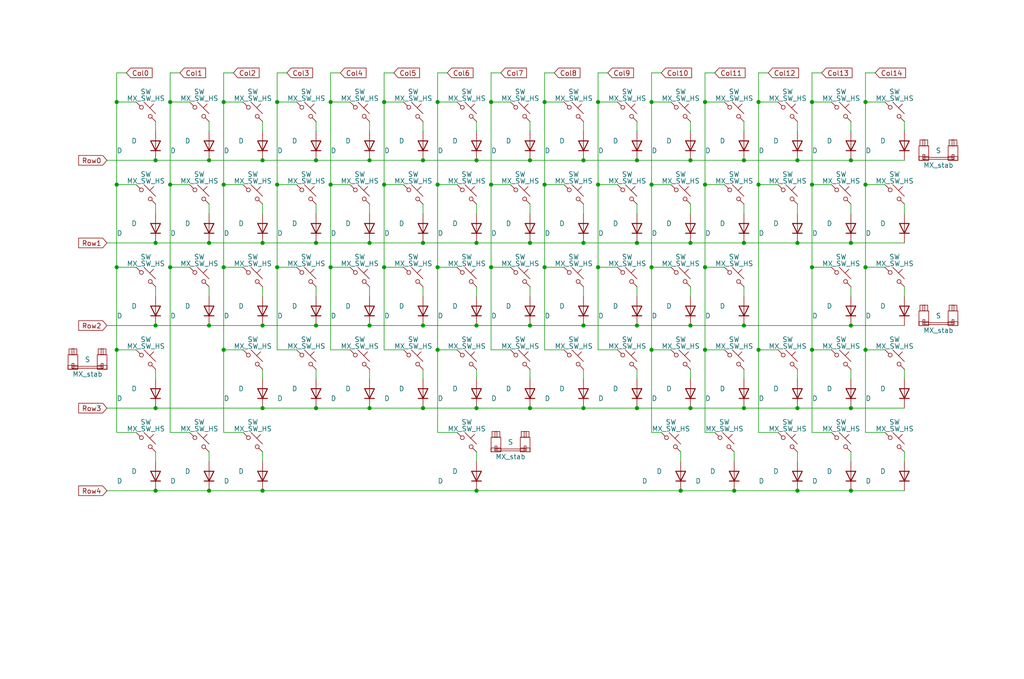
<source format=kicad_sch>
(kicad_sch (version 20220404) (generator eeschema)
  (paper "User" 267.487 177.495)
  (title_block (title "Nyx (Switches)") (date "2023-08-05") (rev "2") (comment 1 "Copyright © 2023 HorrorTroll") (comment 2 "GPL2 License"))
  (junction (at 44.45 26.67))
  (junction (at 110.49 63.5))
  (junction (at 142.24 26.67))
  (junction (at 44.45 69.85))
  (junction (at 114.3 91.44))
  (junction (at 138.43 63.5))
  (junction (at 184.15 26.67))
  (junction (at 170.18 48.26))
  (junction (at 124.46 85.09))
  (junction (at 166.37 63.5))
  (junction (at 30.48 26.67))
  (junction (at 138.43 41.91))
  (junction (at 180.34 85.09))
  (junction (at 68.58 128.27))
  (junction (at 198.12 48.26))
  (junction (at 156.21 48.26))
  (junction (at 212.09 91.44))
  (junction (at 100.33 69.85))
  (junction (at 226.06 69.85))
  (junction (at 142.24 69.85))
  (junction (at 68.58 41.91))
  (junction (at 96.52 41.91))
  (junction (at 100.33 48.26))
  (junction (at 40.64 63.5))
  (junction (at 142.24 48.26))
  (junction (at 58.42 26.67))
  (junction (at 194.31 106.68))
  (junction (at 68.58 106.68))
  (junction (at 128.27 48.26))
  (junction (at 58.42 91.44))
  (junction (at 152.4 106.68))
  (junction (at 82.55 41.91))
  (junction (at 44.45 48.26))
  (junction (at 124.46 106.68))
  (junction (at 58.42 48.26))
  (junction (at 82.55 85.09))
  (junction (at 40.64 106.68))
  (junction (at 226.06 91.44))
  (junction (at 191.77 128.27))
  (junction (at 138.43 85.09))
  (junction (at 166.37 85.09))
  (junction (at 54.61 85.09))
  (junction (at 222.25 63.5))
  (junction (at 100.33 26.67))
  (junction (at 124.46 41.91))
  (junction (at 110.49 85.09))
  (junction (at 96.52 85.09))
  (junction (at 114.3 26.67))
  (junction (at 72.39 48.26))
  (junction (at 194.31 63.5))
  (junction (at 208.28 106.68))
  (junction (at 170.18 69.85))
  (junction (at 114.3 69.85))
  (junction (at 156.21 26.67))
  (junction (at 54.61 63.5))
  (junction (at 86.36 26.67))
  (junction (at 194.31 85.09))
  (junction (at 170.18 91.44))
  (junction (at 54.61 128.27))
  (junction (at 166.37 106.68))
  (junction (at 226.06 26.67))
  (junction (at 184.15 91.44))
  (junction (at 128.27 69.85))
  (junction (at 152.4 85.09))
  (junction (at 82.55 106.68))
  (junction (at 194.31 41.91))
  (junction (at 30.48 69.85))
  (junction (at 54.61 41.91))
  (junction (at 198.12 91.44))
  (junction (at 208.28 63.5))
  (junction (at 170.18 26.67))
  (junction (at 152.4 41.91))
  (junction (at 226.06 48.26))
  (junction (at 180.34 106.68))
  (junction (at 30.48 91.44))
  (junction (at 222.25 128.27))
  (junction (at 156.21 69.85))
  (junction (at 40.64 128.27))
  (junction (at 124.46 63.5))
  (junction (at 208.28 41.91))
  (junction (at 222.25 106.68))
  (junction (at 86.36 69.85))
  (junction (at 180.34 63.5))
  (junction (at 166.37 41.91))
  (junction (at 124.46 128.27))
  (junction (at 82.55 63.5))
  (junction (at 184.15 69.85))
  (junction (at 222.25 41.91))
  (junction (at 30.48 48.26))
  (junction (at 212.09 48.26))
  (junction (at 208.28 128.27))
  (junction (at 184.15 48.26))
  (junction (at 68.58 85.09))
  (junction (at 96.52 63.5))
  (junction (at 96.52 106.68))
  (junction (at 58.42 69.85))
  (junction (at 180.34 41.91))
  (junction (at 114.3 48.26))
  (junction (at 40.64 85.09))
  (junction (at 72.39 69.85))
  (junction (at 198.12 26.67))
  (junction (at 110.49 41.91))
  (junction (at 177.8 128.27))
  (junction (at 212.09 26.67))
  (junction (at 212.09 69.85))
  (junction (at 110.49 106.68))
  (junction (at 86.36 48.26))
  (junction (at 152.4 63.5))
  (junction (at 222.25 85.09))
  (junction (at 72.39 26.67))
  (junction (at 138.43 106.68))
  (junction (at 68.58 63.5))
  (junction (at 128.27 26.67))
  (junction (at 40.64 41.91))
  (wire (pts (xy 194.31 63.5) (xy 208.28 63.5)))
  (wire (pts (xy 110.49 74.93) (xy 110.49 77.47)))
  (wire (pts (xy 222.25 118.11) (xy 222.25 120.65)))
  (wire (pts (xy 236.22 53.34) (xy 236.22 55.88)))
  (wire (pts (xy 124.46 118.11) (xy 124.46 120.65)))
  (wire (pts (xy 170.18 113.03) (xy 172.72 113.03)))
  (wire (pts (xy 212.09 113.03) (xy 217.17 113.03)))
  (wire (pts (xy 170.18 48.26) (xy 175.26 48.26)))
  (wire (pts (xy 86.36 69.85) (xy 86.36 91.44)))
  (wire (pts (xy 82.55 106.68) (xy 96.52 106.68)))
  (wire (pts (xy 166.37 31.75) (xy 166.37 34.29)))
  (wire (pts (xy 72.39 26.67) (xy 72.39 48.26)))
  (wire (pts (xy 142.24 26.67) (xy 147.32 26.67)))
  (wire (pts (xy 114.3 91.44) (xy 114.3 113.03)))
  (wire (pts (xy 184.15 69.85) (xy 184.15 48.26)))
  (wire (pts (xy 226.06 91.44) (xy 226.06 113.03)))
  (wire (pts (xy 128.27 69.85) (xy 133.35 69.85)))
  (wire (pts (xy 72.39 19.05) (xy 72.39 26.67)))
  (wire (pts (xy 86.36 91.44) (xy 91.44 91.44)))
  (wire (pts (xy 128.27 26.67) (xy 128.27 48.26)))
  (wire (pts (xy 128.27 91.44) (xy 133.35 91.44)))
  (wire (pts (xy 30.48 48.26) (xy 35.56 48.26)))
  (wire (pts (xy 114.3 19.05) (xy 116.84 19.05)))
  (wire (pts (xy 194.31 96.52) (xy 194.31 99.06)))
  (wire (pts (xy 54.61 41.91) (xy 68.58 41.91)))
  (wire (pts (xy 184.15 19.05) (xy 186.69 19.05)))
  (wire (pts (xy 128.27 69.85) (xy 128.27 48.26)))
  (wire (pts (xy 100.33 26.67) (xy 100.33 48.26)))
  (wire (pts (xy 54.61 63.5) (xy 68.58 63.5)))
  (wire (pts (xy 212.09 19.05) (xy 214.63 19.05)))
  (wire (pts (xy 156.21 48.26) (xy 161.29 48.26)))
  (wire (pts (xy 30.48 91.44) (xy 30.48 113.03)))
  (wire (pts (xy 198.12 26.67) (xy 203.2 26.67)))
  (wire (pts (xy 170.18 91.44) (xy 170.18 113.03)))
  (wire (pts (xy 236.22 74.93) (xy 236.22 77.47)))
  (wire (pts (xy 96.52 31.75) (xy 96.52 34.29)))
  (wire (pts (xy 82.55 63.5) (xy 96.52 63.5)))
  (wire (pts (xy 180.34 41.91) (xy 194.31 41.91)))
  (wire (pts (xy 110.49 96.52) (xy 110.49 99.06)))
  (wire (pts (xy 100.33 19.05) (xy 100.33 26.67)))
  (wire (pts (xy 208.28 63.5) (xy 222.25 63.5)))
  (wire (pts (xy 86.36 26.67) (xy 91.44 26.67)))
  (wire (pts (xy 138.43 31.75) (xy 138.43 34.29)))
  (wire (pts (xy 198.12 26.67) (xy 198.12 19.05)))
  (wire (pts (xy 58.42 26.67) (xy 63.5 26.67)))
  (wire (pts (xy 114.3 48.26) (xy 119.38 48.26)))
  (wire (pts (xy 86.36 69.85) (xy 91.44 69.85)))
  (wire (pts (xy 44.45 26.67) (xy 49.53 26.67)))
  (wire (pts (xy 180.34 63.5) (xy 194.31 63.5)))
  (wire (pts (xy 72.39 48.26) (xy 77.47 48.26)))
  (wire (pts (xy 119.38 91.44) (xy 114.3 91.44)))
  (wire (pts (xy 226.06 91.44) (xy 231.14 91.44)))
  (wire (pts (xy 226.06 26.67) (xy 226.06 19.05)))
  (wire (pts (xy 222.25 96.52) (xy 222.25 99.06)))
  (wire (pts (xy 58.42 113.03) (xy 63.5 113.03)))
  (wire (pts (xy 194.31 53.34) (xy 194.31 55.88)))
  (wire (pts (xy 114.3 26.67) (xy 114.3 19.05)))
  (wire (pts (xy 194.31 85.09) (xy 222.25 85.09)))
  (wire (pts (xy 96.52 63.5) (xy 110.49 63.5)))
  (wire (pts (xy 170.18 69.85) (xy 170.18 91.44)))
  (wire (pts (xy 72.39 26.67) (xy 77.47 26.67)))
  (wire (pts (xy 166.37 63.5) (xy 180.34 63.5)))
  (wire (pts (xy 58.42 69.85) (xy 58.42 91.44)))
  (wire (pts (xy 72.39 69.85) (xy 72.39 91.44)))
  (wire (pts (xy 110.49 53.34) (xy 110.49 55.88)))
  (wire (pts (xy 212.09 69.85) (xy 212.09 48.26)))
  (wire (pts (xy 222.25 41.91) (xy 236.22 41.91)))
  (wire (pts (xy 156.21 26.67) (xy 156.21 48.26)))
  (wire (pts (xy 198.12 26.67) (xy 198.12 48.26)))
  (wire (pts (xy 96.52 53.34) (xy 96.52 55.88)))
  (wire (pts (xy 119.38 69.85) (xy 114.3 69.85)))
  (wire (pts (xy 68.58 74.93) (xy 68.58 77.47)))
  (wire (pts (xy 138.43 53.34) (xy 138.43 55.88)))
  (wire (pts (xy 58.42 69.85) (xy 63.5 69.85)))
  (wire (pts (xy 114.3 91.44) (xy 114.3 69.85)))
  (wire (pts (xy 170.18 26.67) (xy 175.26 26.67)))
  (wire (pts (xy 156.21 91.44) (xy 161.29 91.44)))
  (wire (pts (xy 110.49 106.68) (xy 124.46 106.68)))
  (wire (pts (xy 170.18 26.67) (xy 170.18 19.05)))
  (wire (pts (xy 184.15 91.44) (xy 189.23 91.44)))
  (wire (pts (xy 100.33 91.44) (xy 105.41 91.44)))
  (wire (pts (xy 184.15 69.85) (xy 184.15 91.44)))
  (wire (pts (xy 96.52 96.52) (xy 96.52 99.06)))
  (wire (pts (xy 96.52 106.68) (xy 110.49 106.68)))
  (wire (pts (xy 124.46 31.75) (xy 124.46 34.29)))
  (wire (pts (xy 156.21 69.85) (xy 161.29 69.85)))
  (wire (pts (xy 156.21 26.67) (xy 156.21 19.05)))
  (wire (pts (xy 156.21 69.85) (xy 156.21 91.44)))
  (wire (pts (xy 142.24 19.05) (xy 144.78 19.05)))
  (wire (pts (xy 30.48 113.03) (xy 35.56 113.03)))
  (wire (pts (xy 138.43 63.5) (xy 152.4 63.5)))
  (wire (pts (xy 86.36 26.67) (xy 86.36 48.26)))
  (wire (pts (xy 82.55 41.91) (xy 96.52 41.91)))
  (wire (pts (xy 222.25 74.93) (xy 222.25 77.47)))
  (wire (pts (xy 110.49 31.75) (xy 110.49 34.29)))
  (wire (pts (xy 100.33 48.26) (xy 100.33 69.85)))
  (wire (pts (xy 124.46 85.09) (xy 138.43 85.09)))
  (wire (pts (xy 68.58 63.5) (xy 82.55 63.5)))
  (wire (pts (xy 44.45 48.26) (xy 44.45 69.85)))
  (wire (pts (xy 236.22 118.11) (xy 236.22 120.65)))
  (wire (pts (xy 86.36 48.26) (xy 86.36 69.85)))
  (wire (pts (xy 40.64 96.52) (xy 40.64 99.06)))
  (wire (pts (xy 152.4 53.34) (xy 152.4 55.88)))
  (wire (pts (xy 124.46 41.91) (xy 138.43 41.91)))
  (wire (pts (xy 82.55 85.09) (xy 96.52 85.09)))
  (wire (pts (xy 180.34 106.68) (xy 194.31 106.68)))
  (wire (pts (xy 44.45 69.85) (xy 49.53 69.85)))
  (wire (pts (xy 191.77 128.27) (xy 208.28 128.27)))
  (wire (pts (xy 170.18 69.85) (xy 175.26 69.85)))
  (wire (pts (xy 72.39 48.26) (xy 72.39 69.85)))
  (wire (pts (xy 142.24 26.67) (xy 142.24 48.26)))
  (wire (pts (xy 222.25 63.5) (xy 236.22 63.5)))
  (wire (pts (xy 180.34 85.09) (xy 194.31 85.09)))
  (wire (pts (xy 152.4 106.68) (xy 166.37 106.68)))
  (wire (pts (xy 68.58 53.34) (xy 68.58 55.88)))
  (wire (pts (xy 212.09 69.85) (xy 217.17 69.85)))
  (wire (pts (xy 30.48 26.67) (xy 35.56 26.67)))
  (wire (pts (xy 212.09 26.67) (xy 212.09 48.26)))
  (wire (pts (xy 74.93 19.05) (xy 72.39 19.05)))
  (wire (pts (xy 212.09 69.85) (xy 212.09 91.44)))
  (wire (pts (xy 166.37 85.09) (xy 180.34 85.09)))
  (wire (pts (xy 142.24 69.85) (xy 142.24 48.26)))
  (wire (pts (xy 226.06 48.26) (xy 231.14 48.26)))
  (wire (pts (xy 114.3 26.67) (xy 119.38 26.67)))
  (wire (pts (xy 124.46 128.27) (xy 177.8 128.27)))
  (wire (pts (xy 156.21 69.85) (xy 156.21 48.26)))
  (wire (pts (xy 170.18 91.44) (xy 175.26 91.44)))
  (wire (pts (xy 124.46 96.52) (xy 124.46 99.06)))
  (wire (pts (xy 40.64 120.65) (xy 40.64 118.11)))
  (wire (pts (xy 198.12 113.03) (xy 198.12 91.44)))
  (wire (pts (xy 170.18 69.85) (xy 170.18 48.26)))
  (wire (pts (xy 236.22 96.52) (xy 236.22 99.06)))
  (wire (pts (xy 222.25 85.09) (xy 236.22 85.09)))
  (wire (pts (xy 166.37 53.34) (xy 166.37 55.88)))
  (wire (pts (xy 44.45 26.67) (xy 44.45 48.26)))
  (wire (pts (xy 68.58 96.52) (xy 68.58 99.06)))
  (wire (pts (xy 27.94 128.27) (xy 40.64 128.27)))
  (wire (pts (xy 44.45 19.05) (xy 44.45 26.67)))
  (wire (pts (xy 30.48 26.67) (xy 30.48 48.26)))
  (wire (pts (xy 88.9 19.05) (xy 86.36 19.05)))
  (wire (pts (xy 44.45 113.03) (xy 49.53 113.03)))
  (wire (pts (xy 184.15 113.03) (xy 184.15 91.44)))
  (wire (pts (xy 152.4 85.09) (xy 166.37 85.09)))
  (wire (pts (xy 177.8 118.11) (xy 177.8 120.65)))
  (wire (pts (xy 72.39 69.85) (xy 77.47 69.85)))
  (wire (pts (xy 27.94 41.91) (xy 40.64 41.91)))
  (wire (pts (xy 124.46 74.93) (xy 124.46 77.47)))
  (wire (pts (xy 54.61 128.27) (xy 68.58 128.27)))
  (wire (pts (xy 180.34 74.93) (xy 180.34 77.47)))
  (wire (pts (xy 68.58 106.68) (xy 82.55 106.68)))
  (wire (pts (xy 114.3 26.67) (xy 114.3 48.26)))
  (wire (pts (xy 124.46 53.34) (xy 124.46 55.88)))
  (wire (pts (xy 30.48 69.85) (xy 35.56 69.85)))
  (wire (pts (xy 124.46 63.5) (xy 138.43 63.5)))
  (wire (pts (xy 212.09 26.67) (xy 217.17 26.67)))
  (wire (pts (xy 226.06 113.03) (xy 231.14 113.03)))
  (wire (pts (xy 128.27 19.05) (xy 130.81 19.05)))
  (wire (pts (xy 156.21 26.67) (xy 161.29 26.67)))
  (wire (pts (xy 203.2 91.44) (xy 198.12 91.44)))
  (wire (pts (xy 40.64 31.75) (xy 40.64 34.29)))
  (wire (pts (xy 180.34 96.52) (xy 180.34 99.06)))
  (wire (pts (xy 54.61 118.11) (xy 54.61 120.65)))
  (wire (pts (xy 58.42 91.44) (xy 63.5 91.44)))
  (wire (pts (xy 54.61 53.34) (xy 54.61 55.88)))
  (wire (pts (xy 226.06 69.85) (xy 226.06 48.26)))
  (wire (pts (xy 40.64 85.09) (xy 54.61 85.09)))
  (wire (pts (xy 60.96 19.05) (xy 58.42 19.05)))
  (wire (pts (xy 40.64 41.91) (xy 54.61 41.91)))
  (wire (pts (xy 30.48 19.05) (xy 30.48 26.67)))
  (wire (pts (xy 58.42 48.26) (xy 58.42 69.85)))
  (wire (pts (xy 54.61 74.93) (xy 54.61 77.47)))
  (wire (pts (xy 184.15 69.85) (xy 189.23 69.85)))
  (wire (pts (xy 110.49 85.09) (xy 124.46 85.09)))
  (wire (pts (xy 72.39 91.44) (xy 77.47 91.44)))
  (wire (pts (xy 27.94 106.68) (xy 40.64 106.68)))
  (wire (pts (xy 208.28 118.11) (xy 208.28 120.65)))
  (wire (pts (xy 58.42 91.44) (xy 58.42 113.03)))
  (wire (pts (xy 58.42 26.67) (xy 58.42 48.26)))
  (wire (pts (xy 194.31 31.75) (xy 194.31 34.29)))
  (wire (pts (xy 58.42 19.05) (xy 58.42 26.67)))
  (wire (pts (xy 54.61 31.75) (xy 54.61 34.29)))
  (wire (pts (xy 33.02 19.05) (xy 30.48 19.05)))
  (wire (pts (xy 110.49 63.5) (xy 124.46 63.5)))
  (wire (pts (xy 138.43 106.68) (xy 152.4 106.68)))
  (wire (pts (xy 222.25 128.27) (xy 236.22 128.27)))
  (wire (pts (xy 142.24 26.67) (xy 142.24 19.05)))
  (wire (pts (xy 208.28 41.91) (xy 222.25 41.91)))
  (wire (pts (xy 180.34 31.75) (xy 180.34 34.29)))
  (wire (pts (xy 128.27 26.67) (xy 128.27 19.05)))
  (wire (pts (xy 40.64 53.34) (xy 40.64 55.88)))
  (wire (pts (xy 166.37 106.68) (xy 180.34 106.68)))
  (wire (pts (xy 54.61 85.09) (xy 68.58 85.09)))
  (wire (pts (xy 184.15 26.67) (xy 184.15 48.26)))
  (wire (pts (xy 82.55 74.93) (xy 82.55 77.47)))
  (wire (pts (xy 156.21 19.05) (xy 158.75 19.05)))
  (wire (pts (xy 194.31 74.93) (xy 194.31 77.47)))
  (wire (pts (xy 152.4 31.75) (xy 152.4 34.29)))
  (wire (pts (xy 198.12 48.26) (xy 203.2 48.26)))
  (wire (pts (xy 142.24 69.85) (xy 147.32 69.85)))
  (wire (pts (xy 170.18 19.05) (xy 172.72 19.05)))
  (wire (pts (xy 68.58 31.75) (xy 68.58 34.29)))
  (wire (pts (xy 68.58 118.11) (xy 68.58 120.65)))
  (wire (pts (xy 110.49 41.91) (xy 124.46 41.91)))
  (wire (pts (xy 170.18 26.67) (xy 170.18 48.26)))
  (wire (pts (xy 142.24 91.44) (xy 147.32 91.44)))
  (wire (pts (xy 68.58 41.91) (xy 82.55 41.91)))
  (wire (pts (xy 184.15 48.26) (xy 189.23 48.26)))
  (wire (pts (xy 166.37 41.91) (xy 180.34 41.91)))
  (wire (pts (xy 27.94 85.09) (xy 40.64 85.09)))
  (wire (pts (xy 152.4 96.52) (xy 152.4 99.06)))
  (wire (pts (xy 152.4 41.91) (xy 166.37 41.91)))
  (wire (pts (xy 100.33 48.26) (xy 105.41 48.26)))
  (wire (pts (xy 226.06 69.85) (xy 226.06 91.44)))
  (wire (pts (xy 46.99 19.05) (xy 44.45 19.05)))
  (wire (pts (xy 128.27 48.26) (xy 133.35 48.26)))
  (wire (pts (xy 128.27 69.85) (xy 128.27 91.44)))
  (wire (pts (xy 96.52 41.91) (xy 110.49 41.91)))
  (wire (pts (xy 138.43 41.91) (xy 152.4 41.91)))
  (wire (pts (xy 40.64 106.68) (xy 68.58 106.68)))
  (wire (pts (xy 100.33 69.85) (xy 100.33 91.44)))
  (wire (pts (xy 152.4 63.5) (xy 166.37 63.5)))
  (wire (pts (xy 82.55 53.34) (xy 82.55 55.88)))
  (wire (pts (xy 203.2 113.03) (xy 198.12 113.03)))
  (wire (pts (xy 128.27 26.67) (xy 133.35 26.67)))
  (wire (pts (xy 212.09 26.67) (xy 212.09 19.05)))
  (wire (pts (xy 226.06 69.85) (xy 231.14 69.85)))
  (wire (pts (xy 194.31 106.68) (xy 208.28 106.68)))
  (wire (pts (xy 114.3 69.85) (xy 114.3 48.26)))
  (wire (pts (xy 44.45 48.26) (xy 49.53 48.26)))
  (wire (pts (xy 184.15 26.67) (xy 189.23 26.67)))
  (wire (pts (xy 166.37 96.52) (xy 166.37 99.06)))
  (wire (pts (xy 208.28 96.52) (xy 208.28 99.06)))
  (wire (pts (xy 177.8 128.27) (xy 191.77 128.27)))
  (wire (pts (xy 198.12 91.44) (xy 198.12 48.26)))
  (wire (pts (xy 180.34 53.34) (xy 180.34 55.88)))
  (wire (pts (xy 222.25 31.75) (xy 222.25 34.29)))
  (wire (pts (xy 138.43 85.09) (xy 152.4 85.09)))
  (wire (pts (xy 212.09 48.26) (xy 217.17 48.26)))
  (wire (pts (xy 30.48 48.26) (xy 30.48 69.85)))
  (wire (pts (xy 27.94 63.5) (xy 40.64 63.5)))
  (wire (pts (xy 30.48 69.85) (xy 30.48 91.44)))
  (wire (pts (xy 226.06 19.05) (xy 228.6 19.05)))
  (wire (pts (xy 138.43 74.93) (xy 138.43 77.47)))
  (wire (pts (xy 226.06 26.67) (xy 226.06 48.26)))
  (wire (pts (xy 212.09 91.44) (xy 217.17 91.44)))
  (wire (pts (xy 100.33 69.85) (xy 105.41 69.85)))
  (wire (pts (xy 138.43 96.52) (xy 138.43 99.06)))
  (wire (pts (xy 184.15 26.67) (xy 184.15 19.05)))
  (wire (pts (xy 68.58 128.27) (xy 124.46 128.27)))
  (wire (pts (xy 96.52 85.09) (xy 110.49 85.09)))
  (wire (pts (xy 40.64 128.27) (xy 54.61 128.27)))
  (wire (pts (xy 166.37 74.93) (xy 166.37 77.47)))
  (wire (pts (xy 208.28 53.34) (xy 208.28 55.88)))
  (wire (pts (xy 142.24 69.85) (xy 142.24 91.44)))
  (wire (pts (xy 226.06 26.67) (xy 231.14 26.67)))
  (wire (pts (xy 58.42 48.26) (xy 63.5 48.26)))
  (wire (pts (xy 40.64 74.93) (xy 40.64 77.47)))
  (wire (pts (xy 68.58 85.09) (xy 82.55 85.09)))
  (wire (pts (xy 114.3 113.03) (xy 119.38 113.03)))
  (wire (pts (xy 102.87 19.05) (xy 100.33 19.05)))
  (wire (pts (xy 222.25 106.68) (xy 236.22 106.68)))
  (wire (pts (xy 100.33 26.67) (xy 105.41 26.67)))
  (wire (pts (xy 198.12 19.05) (xy 200.66 19.05)))
  (wire (pts (xy 86.36 48.26) (xy 91.44 48.26)))
  (wire (pts (xy 124.46 106.68) (xy 138.43 106.68)))
  (wire (pts (xy 44.45 69.85) (xy 44.45 113.03)))
  (wire (pts (xy 82.55 31.75) (xy 82.55 34.29)))
  (wire (pts (xy 222.25 53.34) (xy 222.25 55.88)))
  (wire (pts (xy 152.4 74.93) (xy 152.4 77.47)))
  (wire (pts (xy 30.48 91.44) (xy 35.56 91.44)))
  (wire (pts (xy 82.55 96.52) (xy 82.55 99.06)))
  (wire (pts (xy 186.69 113.03) (xy 184.15 113.03)))
  (wire (pts (xy 208.28 31.75) (xy 208.28 34.29)))
  (wire (pts (xy 208.28 106.68) (xy 222.25 106.68)))
  (wire (pts (xy 86.36 19.05) (xy 86.36 26.67)))
  (wire (pts (xy 208.28 128.27) (xy 222.25 128.27)))
  (wire (pts (xy 96.52 74.93) (xy 96.52 77.47)))
  (wire (pts (xy 212.09 91.44) (xy 212.09 113.03)))
  (wire (pts (xy 194.31 41.91) (xy 208.28 41.91)))
  (wire (pts (xy 191.77 118.11) (xy 191.77 120.65)))
  (wire (pts (xy 40.64 63.5) (xy 54.61 63.5)))
  (wire (pts (xy 142.24 48.26) (xy 147.32 48.26)))
  (wire (pts (xy 236.22 31.75) (xy 236.22 34.29)))
  (global_label "Row2" (shape input) (at 27.94 85.09 180) (property "Intersheetrefs" "${INTERSHEET_REFS}" (effects hide)))
  (global_label "Row0" (shape input) (at 27.94 41.91 180) (property "Intersheetrefs" "${INTERSHEET_REFS}" (effects hide)))
  (global_label "Row4" (shape input) (at 27.94 128.27 180) (property "Intersheetrefs" "${INTERSHEET_REFS}" (effects hide)))
  (global_label "Col11" (shape input) (at 186.69 19.05 0) (property "Intersheetrefs" "${INTERSHEET_REFS}" (effects hide)))
  (global_label "Col2" (shape input) (at 60.96 19.05 0) (property "Intersheetrefs" "${INTERSHEET_REFS}" (effects hide)))
  (global_label "Col4" (shape input) (at 88.9 19.05 0) (property "Intersheetrefs" "${INTERSHEET_REFS}" (effects hide)))
  (global_label "Col7" (shape input) (at 130.81 19.05 0) (property "Intersheetrefs" "${INTERSHEET_REFS}" (effects hide)))
  (global_label "Col0" (shape input) (at 33.02 19.05 0) (property "Intersheetrefs" "${INTERSHEET_REFS}" (effects hide)))
  (global_label "Col13" (shape input) (at 214.63 19.05 0) (property "Intersheetrefs" "${INTERSHEET_REFS}" (effects hide)))
  (global_label "Col1" (shape input) (at 46.99 19.05 0) (property "Intersheetrefs" "${INTERSHEET_REFS}" (effects hide)))
  (global_label "Col5" (shape input) (at 102.87 19.05 0) (property "Intersheetrefs" "${INTERSHEET_REFS}" (effects hide)))
  (global_label "Col10" (shape input) (at 172.72 19.05 0) (property "Intersheetrefs" "${INTERSHEET_REFS}" (effects hide)))
  (global_label "Col9" (shape input) (at 158.75 19.05 0) (property "Intersheetrefs" "${INTERSHEET_REFS}" (effects hide)))
  (global_label "Col3" (shape input) (at 74.93 19.05 0) (property "Intersheetrefs" "${INTERSHEET_REFS}" (effects hide)))
  (global_label "Col6" (shape input) (at 116.84 19.05 0) (property "Intersheetrefs" "${INTERSHEET_REFS}" (effects hide)))
  (global_label "Col14" (shape input) (at 228.6 19.05 0) (property "Intersheetrefs" "${INTERSHEET_REFS}" (effects hide)))
  (global_label "Col12" (shape input) (at 200.66 19.05 0) (property "Intersheetrefs" "${INTERSHEET_REFS}" (effects hide)))
  (global_label "Row3" (shape input) (at 27.94 106.68 180) (property "Intersheetrefs" "${INTERSHEET_REFS}" (effects hide)))
  (global_label "Col8" (shape input) (at 144.78 19.05 0) (property "Intersheetrefs" "${INTERSHEET_REFS}" (effects hide)))
  (global_label "Row1" (shape input) (at 27.94 63.5 180) (property "Intersheetrefs" "${INTERSHEET_REFS}" (effects hide)))
  (symbol (lib_name "SW_MX_CHOC_61") (lib_id "horrortroll_lib:SW_MX_CHOC") (at 219.71 115.57 0) (unit 1)
    (default_instance (reference "SW") (unit 1) (value "MX_SW_HS") (footprint "marbastlib-mx:SW_MX_HS_1u"))
    (property "Reference" "SW" (at 219.71 110.3249 0))
    (property "Value" "MX_SW_HS" (at 219.71 112.0871 0))
    (property "Footprint" "marbastlib-mx:SW_MX_HS_1u" (effects hide))
    (property "LCSC Part Number" "C5156480" (effects hide))
  )
  (symbol (lib_id "Device:D") (at 152.4 38.1 90) (unit 1)
    (default_instance (reference "D") (unit 1) (value "D") (footprint ""))
    (property "Reference" "D" (at 146.05 36.83 90) (effects (justify right)))
    (property "Value" "D" (at 142.24 39.37 90) (effects (justify right)))
    (property "LCSC Part Number" "C81598" (effects hide))
  )
  (symbol (lib_name "SW_MX_CHOC_63") (lib_id "horrortroll_lib:SW_MX_CHOC") (at 205.74 50.8 0) (unit 1)
    (default_instance (reference "SW") (unit 1) (value "MX_SW_HS") (footprint "marbastlib-mx:SW_MX_HS_1u"))
    (property "Reference" "SW" (at 205.74 45.5549 0))
    (property "Value" "MX_SW_HS" (at 205.74 47.3171 0))
    (property "Footprint" "marbastlib-mx:SW_MX_HS_1u" (effects hide))
    (property "LCSC Part Number" "C5156480" (effects hide))
  )
  (symbol (lib_name "SW_MX_CHOC_57") (lib_id "horrortroll_lib:SW_MX_CHOC") (at 205.74 93.98 0) (unit 1)
    (default_instance (reference "SW") (unit 1) (value "MX_SW_HS") (footprint "marbastlib-mx:SW_MX_HS_1u"))
    (property "Reference" "SW" (at 205.74 88.7349 0))
    (property "Value" "MX_SW_HS" (at 205.74 90.4971 0))
    (property "Footprint" "marbastlib-mx:SW_MX_HS_1u" (effects hide))
    (property "LCSC Part Number" "C5156480" (effects hide))
  )
  (symbol (lib_id "horrortroll_lib:MX_stab") (at 245.11 82.55 0) (unit 1)
    (default_instance (reference "S") (unit 1) (value "MX_stab") (footprint ""))
    (property "Reference" "S" (at 245.11 82.55 0))
    (property "Value" "MX_stab" (at 245.11 86.36 0))
  )
  (symbol (lib_id "Device:D") (at 124.46 38.1 90) (unit 1)
    (default_instance (reference "D") (unit 1) (value "D") (footprint ""))
    (property "Reference" "D" (at 118.11 36.83 90) (effects (justify right)))
    (property "Value" "D" (at 114.3 39.37 90) (effects (justify right)))
    (property "LCSC Part Number" "C81598" (effects hide))
  )
  (symbol (lib_name "SW_MX_CHOC_33") (lib_id "horrortroll_lib:SW_MX_CHOC") (at 149.86 72.39 0) (unit 1)
    (default_instance (reference "SW") (unit 1) (value "MX_SW_HS") (footprint "marbastlib-mx:SW_MX_HS_1u"))
    (property "Reference" "SW" (at 149.86 67.1449 0))
    (property "Value" "MX_SW_HS" (at 149.86 68.9071 0))
    (property "Footprint" "marbastlib-mx:SW_MX_HS_1u" (effects hide))
    (property "LCSC Part Number" "C5156480" (effects hide))
  )
  (symbol (lib_id "Device:D") (at 194.31 59.69 90) (unit 1)
    (default_instance (reference "D") (unit 1) (value "D") (footprint ""))
    (property "Reference" "D" (at 187.96 58.42 90) (effects (justify right)))
    (property "Value" "D" (at 184.15 60.96 90) (effects (justify right)))
    (property "LCSC Part Number" "C81598" (effects hide))
  )
  (symbol (lib_name "SW_MX_CHOC_1") (lib_id "horrortroll_lib:SW_MX_CHOC") (at 38.1 72.39 0) (unit 1)
    (default_instance (reference "SW") (unit 1) (value "MX_SW_HS") (footprint "marbastlib-mx:SW_MX_HS_1u"))
    (property "Reference" "SW" (at 38.1 67.1449 0))
    (property "Value" "MX_SW_HS" (at 38.1 68.9071 0))
    (property "Footprint" "marbastlib-mx:SW_MX_HS_1u" (effects hide))
    (property "LCSC Part Number" "C5156480" (effects hide))
  )
  (symbol (lib_name "SW_MX_CHOC_21") (lib_id "horrortroll_lib:SW_MX_CHOC") (at 38.1 29.21 0) (unit 1)
    (default_instance (reference "SW") (unit 1) (value "MX_SW_HS") (footprint "marbastlib-mx:SW_MX_HS_1u"))
    (property "Reference" "SW" (at 38.1 23.9649 0))
    (property "Value" "MX_SW_HS" (at 38.1 25.7271 0))
    (property "Footprint" "marbastlib-mx:SW_MX_HS_1u" (effects hide))
    (property "LCSC Part Number" "C5156480" (effects hide))
  )
  (symbol (lib_name "SW_MX_CHOC_46") (lib_id "horrortroll_lib:SW_MX_CHOC") (at 189.23 115.57 0) (unit 1)
    (default_instance (reference "SW") (unit 1) (value "MX_SW_HS") (footprint "marbastlib-mx:SW_MX_HS_1u"))
    (property "Reference" "SW" (at 189.23 110.3249 0))
    (property "Value" "MX_SW_HS" (at 189.23 112.0871 0))
    (property "Footprint" "marbastlib-mx:SW_MX_HS_1u" (effects hide))
    (property "LCSC Part Number" "C5156480" (effects hide))
  )
  (symbol (lib_id "Device:D") (at 194.31 102.87 90) (unit 1)
    (default_instance (reference "D") (unit 1) (value "D") (footprint ""))
    (property "Reference" "D" (at 187.96 101.6 90) (effects (justify right)))
    (property "Value" "D" (at 184.15 104.14 90) (effects (justify right)))
    (property "LCSC Part Number" "C81598" (effects hide))
  )
  (symbol (lib_id "Device:D") (at 68.58 38.1 90) (unit 1)
    (default_instance (reference "D") (unit 1) (value "D") (footprint ""))
    (property "Reference" "D" (at 62.23 36.83 90) (effects (justify right)))
    (property "Value" "D" (at 58.42 39.37 90) (effects (justify right)))
    (property "LCSC Part Number" "C81598" (effects hide))
  )
  (symbol (lib_id "Device:D") (at 236.22 102.87 90) (unit 1)
    (default_instance (reference "D") (unit 1) (value "D") (footprint ""))
    (property "Reference" "D" (at 229.87 101.6 90) (effects (justify right)))
    (property "Value" "D" (at 226.06 104.14 90) (effects (justify right)))
    (property "LCSC Part Number" "C81598" (effects hide))
  )
  (symbol (lib_name "SW_MX_CHOC_38") (lib_id "horrortroll_lib:SW_MX_CHOC") (at 135.89 29.21 0) (unit 1)
    (default_instance (reference "SW") (unit 1) (value "MX_SW_HS") (footprint "marbastlib-mx:SW_MX_HS_1u"))
    (property "Reference" "SW" (at 135.89 23.9649 0))
    (property "Value" "MX_SW_HS" (at 135.89 25.7271 0))
    (property "Footprint" "marbastlib-mx:SW_MX_HS_1u" (effects hide))
    (property "LCSC Part Number" "C5156480" (effects hide))
  )
  (symbol (lib_name "SW_MX_CHOC_32") (lib_id "horrortroll_lib:SW_MX_CHOC") (at 163.83 72.39 0) (unit 1)
    (default_instance (reference "SW") (unit 1) (value "MX_SW_HS") (footprint "marbastlib-mx:SW_MX_HS_1u"))
    (property "Reference" "SW" (at 163.83 67.1449 0))
    (property "Value" "MX_SW_HS" (at 163.83 68.9071 0))
    (property "Footprint" "marbastlib-mx:SW_MX_HS_1u" (effects hide))
    (property "LCSC Part Number" "C5156480" (effects hide))
  )
  (symbol (lib_name "SW_MX_CHOC_47") (lib_id "horrortroll_lib:SW_MX_CHOC") (at 191.77 93.98 0) (unit 1)
    (default_instance (reference "SW") (unit 1) (value "MX_SW_HS") (footprint "marbastlib-mx:SW_MX_HS_1u"))
    (property "Reference" "SW" (at 191.77 88.7349 0))
    (property "Value" "MX_SW_HS" (at 191.77 90.4971 0))
    (property "Footprint" "marbastlib-mx:SW_MX_HS_1u" (effects hide))
    (property "LCSC Part Number" "C5156480" (effects hide))
  )
  (symbol (lib_name "SW_MX_CHOC_19") (lib_id "horrortroll_lib:SW_MX_CHOC") (at 121.92 50.8 0) (unit 1)
    (default_instance (reference "SW") (unit 1) (value "MX_SW_HS") (footprint "marbastlib-mx:SW_MX_HS_1u"))
    (property "Reference" "SW" (at 121.92 45.5549 0))
    (property "Value" "MX_SW_HS" (at 121.92 47.3171 0))
    (property "Footprint" "marbastlib-mx:SW_MX_HS_1u" (effects hide))
    (property "LCSC Part Number" "C5156480" (effects hide))
  )
  (symbol (lib_id "Device:D") (at 40.64 102.87 90) (unit 1)
    (default_instance (reference "D") (unit 1) (value "D") (footprint ""))
    (property "Reference" "D" (at 34.29 101.6 90) (effects (justify right)))
    (property "Value" "D" (at 30.48 104.14 90) (effects (justify right)))
    (property "LCSC Part Number" "C81598" (effects hide))
  )
  (symbol (lib_name "SW_MX_CHOC_41") (lib_id "horrortroll_lib:SW_MX_CHOC") (at 163.83 50.8 0) (unit 1)
    (default_instance (reference "SW") (unit 1) (value "MX_SW_HS") (footprint "marbastlib-mx:SW_MX_HS_1u"))
    (property "Reference" "SW" (at 163.83 45.5549 0))
    (property "Value" "MX_SW_HS" (at 163.83 47.3171 0))
    (property "Footprint" "marbastlib-mx:SW_MX_HS_1u" (effects hide))
    (property "LCSC Part Number" "C5156480" (effects hide))
  )
  (symbol (lib_id "Device:D") (at 138.43 59.69 90) (unit 1)
    (default_instance (reference "D") (unit 1) (value "D") (footprint ""))
    (property "Reference" "D" (at 132.08 58.42 90) (effects (justify right)))
    (property "Value" "D" (at 128.27 60.96 90) (effects (justify right)))
    (property "LCSC Part Number" "C81598" (effects hide))
  )
  (symbol (lib_id "Device:D") (at 54.61 81.28 90) (unit 1)
    (default_instance (reference "D") (unit 1) (value "D") (footprint ""))
    (property "Reference" "D" (at 48.26 80.01 90) (effects (justify right)))
    (property "Value" "D" (at 44.45 82.55 90) (effects (justify right)))
    (property "LCSC Part Number" "C81598" (effects hide))
  )
  (symbol (lib_name "SW_MX_CHOC_60") (lib_id "horrortroll_lib:SW_MX_CHOC") (at 233.68 93.98 0) (unit 1)
    (default_instance (reference "SW") (unit 1) (value "MX_SW_HS") (footprint "marbastlib-mx:SW_MX_HS_1u"))
    (property "Reference" "SW" (at 233.68 88.7349 0))
    (property "Value" "MX_SW_HS" (at 233.68 90.4971 0))
    (property "Footprint" "marbastlib-mx:SW_MX_HS_1u" (effects hide))
    (property "LCSC Part Number" "C5156480" (effects hide))
  )
  (symbol (lib_id "Device:D") (at 124.46 59.69 90) (unit 1)
    (default_instance (reference "D") (unit 1) (value "D") (footprint ""))
    (property "Reference" "D" (at 118.11 58.42 90) (effects (justify right)))
    (property "Value" "D" (at 114.3 60.96 90) (effects (justify right)))
    (property "LCSC Part Number" "C81598" (effects hide))
  )
  (symbol (lib_id "Device:D") (at 222.25 124.46 90) (unit 1)
    (default_instance (reference "D") (unit 1) (value "D") (footprint ""))
    (property "Reference" "D" (at 215.9 123.19 90) (effects (justify right)))
    (property "Value" "D" (at 212.09 125.73 90) (effects (justify right)))
    (property "LCSC Part Number" "C81598" (effects hide))
  )
  (symbol (lib_id "Device:D") (at 68.58 59.69 90) (unit 1)
    (default_instance (reference "D") (unit 1) (value "D") (footprint ""))
    (property "Reference" "D" (at 62.23 58.42 90) (effects (justify right)))
    (property "Value" "D" (at 58.42 60.96 90) (effects (justify right)))
    (property "LCSC Part Number" "C81598" (effects hide))
  )
  (symbol (lib_id "Device:D") (at 236.22 59.69 90) (unit 1)
    (default_instance (reference "D") (unit 1) (value "D") (footprint ""))
    (property "Reference" "D" (at 229.87 58.42 90) (effects (justify right)))
    (property "Value" "D" (at 226.06 60.96 90) (effects (justify right)))
    (property "LCSC Part Number" "C81598" (effects hide))
  )
  (symbol (lib_name "SW_MX_CHOC_64") (lib_id "horrortroll_lib:SW_MX_CHOC") (at 233.68 50.8 0) (unit 1)
    (default_instance (reference "SW") (unit 1) (value "MX_SW_HS") (footprint "marbastlib-mx:SW_MX_HS_1u"))
    (property "Reference" "SW" (at 233.68 45.5549 0))
    (property "Value" "MX_SW_HS" (at 233.68 47.3171 0))
    (property "Footprint" "marbastlib-mx:SW_MX_HS_1u" (effects hide))
    (property "LCSC Part Number" "C5156480" (effects hide))
  )
  (symbol (lib_id "Device:D") (at 236.22 81.28 90) (unit 1)
    (default_instance (reference "D") (unit 1) (value "D") (footprint ""))
    (property "Reference" "D" (at 229.87 80.01 90) (effects (justify right)))
    (property "Value" "D" (at 226.06 82.55 90) (effects (justify right)))
    (property "LCSC Part Number" "C81598" (effects hide))
  )
  (symbol (lib_id "Device:D") (at 138.43 81.28 90) (unit 1)
    (default_instance (reference "D") (unit 1) (value "D") (footprint ""))
    (property "Reference" "D" (at 132.08 80.01 90) (effects (justify right)))
    (property "Value" "D" (at 128.27 82.55 90) (effects (justify right)))
    (property "LCSC Part Number" "C81598" (effects hide))
  )
  (symbol (lib_name "SW_MX_CHOC_18") (lib_id "horrortroll_lib:SW_MX_CHOC") (at 121.92 29.21 0) (unit 1)
    (default_instance (reference "SW") (unit 1) (value "MX_SW_HS") (footprint "marbastlib-mx:SW_MX_HS_1u"))
    (property "Reference" "SW" (at 121.92 23.9649 0))
    (property "Value" "MX_SW_HS" (at 121.92 25.7271 0))
    (property "Footprint" "marbastlib-mx:SW_MX_HS_1u" (effects hide))
    (property "LCSC Part Number" "C5156480" (effects hide))
  )
  (symbol (lib_name "SW_MX_CHOC_52") (lib_id "horrortroll_lib:SW_MX_CHOC") (at 177.8 72.39 0) (unit 1)
    (default_instance (reference "SW") (unit 1) (value "MX_SW_HS") (footprint "marbastlib-mx:SW_MX_HS_1u"))
    (property "Reference" "SW" (at 177.8 67.1449 0))
    (property "Value" "MX_SW_HS" (at 177.8 68.9071 0))
    (property "Footprint" "marbastlib-mx:SW_MX_HS_1u" (effects hide))
    (property "LCSC Part Number" "C5156480" (effects hide))
  )
  (symbol (lib_name "SW_MX_CHOC_26") (lib_id "horrortroll_lib:SW_MX_CHOC") (at 52.07 115.57 0) (unit 1)
    (default_instance (reference "SW") (unit 1) (value "MX_SW_HS") (footprint "marbastlib-mx:SW_MX_HS_1u"))
    (property "Reference" "SW" (at 52.07 110.3249 0))
    (property "Value" "MX_SW_HS" (at 52.07 112.0871 0))
    (property "Footprint" "marbastlib-mx:SW_MX_HS_1u" (effects hide))
    (property "LCSC Part Number" "C5156480" (effects hide))
  )
  (symbol (lib_id "Device:D") (at 40.64 81.28 90) (unit 1)
    (default_instance (reference "D") (unit 1) (value "D") (footprint ""))
    (property "Reference" "D" (at 34.29 80.01 90) (effects (justify right)))
    (property "Value" "D" (at 30.48 82.55 90) (effects (justify right)))
    (property "LCSC Part Number" "C81598" (effects hide))
  )
  (symbol (lib_id "Device:D") (at 180.34 81.28 90) (unit 1)
    (default_instance (reference "D") (unit 1) (value "D") (footprint ""))
    (property "Reference" "D" (at 173.99 80.01 90) (effects (justify right)))
    (property "Value" "D" (at 170.18 82.55 90) (effects (justify right)))
    (property "LCSC Part Number" "C81598" (effects hide))
  )
  (symbol (lib_name "SW_MX_CHOC_13") (lib_id "horrortroll_lib:SW_MX_CHOC") (at 107.95 72.39 0) (unit 1)
    (default_instance (reference "SW") (unit 1) (value "MX_SW_HS") (footprint "marbastlib-mx:SW_MX_HS_1u"))
    (property "Reference" "SW" (at 107.95 67.1449 0))
    (property "Value" "MX_SW_HS" (at 107.95 68.9071 0))
    (property "Footprint" "marbastlib-mx:SW_MX_HS_1u" (effects hide))
    (property "LCSC Part Number" "C5156480" (effects hide))
  )
  (symbol (lib_id "Device:D") (at 110.49 59.69 90) (unit 1)
    (default_instance (reference "D") (unit 1) (value "D") (footprint ""))
    (property "Reference" "D" (at 104.14 58.42 90) (effects (justify right)))
    (property "Value" "D" (at 100.33 60.96 90) (effects (justify right)))
    (property "LCSC Part Number" "C81598" (effects hide))
  )
  (symbol (lib_id "Device:D") (at 194.31 81.28 90) (unit 1)
    (default_instance (reference "D") (unit 1) (value "D") (footprint ""))
    (property "Reference" "D" (at 187.96 80.01 90) (effects (justify right)))
    (property "Value" "D" (at 184.15 82.55 90) (effects (justify right)))
    (property "LCSC Part Number" "C81598" (effects hide))
  )
  (symbol (lib_id "Device:D") (at 222.25 81.28 90) (unit 1)
    (default_instance (reference "D") (unit 1) (value "D") (footprint ""))
    (property "Reference" "D" (at 215.9 80.01 90) (effects (justify right)))
    (property "Value" "D" (at 212.09 82.55 90) (effects (justify right)))
    (property "LCSC Part Number" "C81598" (effects hide))
  )
  (symbol (lib_id "Device:D") (at 191.77 124.46 90) (unit 1)
    (default_instance (reference "D") (unit 1) (value "D") (footprint ""))
    (property "Reference" "D" (at 185.42 123.19 90) (effects (justify right)))
    (property "Value" "D" (at 181.61 125.73 90) (effects (justify right)))
    (property "LCSC Part Number" "C81598" (effects hide))
  )
  (symbol (lib_id "Device:D") (at 222.25 38.1 90) (unit 1)
    (default_instance (reference "D") (unit 1) (value "D") (footprint ""))
    (property "Reference" "D" (at 215.9 36.83 90) (effects (justify right)))
    (property "Value" "D" (at 212.09 39.37 90) (effects (justify right)))
    (property "LCSC Part Number" "C81598" (effects hide))
  )
  (symbol (lib_name "SW_MX_CHOC_58") (lib_id "horrortroll_lib:SW_MX_CHOC") (at 233.68 115.57 0) (unit 1)
    (default_instance (reference "SW") (unit 1) (value "MX_SW_HS") (footprint "marbastlib-mx:SW_MX_HS_1u"))
    (property "Reference" "SW" (at 233.68 110.3249 0))
    (property "Value" "MX_SW_HS" (at 233.68 112.0871 0))
    (property "Footprint" "marbastlib-mx:SW_MX_HS_1u" (effects hide))
    (property "LCSC Part Number" "C5156480" (effects hide))
  )
  (symbol (lib_name "SW_MX_CHOC_14") (lib_id "horrortroll_lib:SW_MX_CHOC") (at 93.98 72.39 0) (unit 1)
    (default_instance (reference "SW") (unit 1) (value "MX_SW_HS") (footprint "marbastlib-mx:SW_MX_HS_1u"))
    (property "Reference" "SW" (at 93.98 67.1449 0))
    (property "Value" "MX_SW_HS" (at 93.98 68.9071 0))
    (property "Footprint" "marbastlib-mx:SW_MX_HS_1u" (effects hide))
    (property "LCSC Part Number" "C5156480" (effects hide))
  )
  (symbol (lib_id "Device:D") (at 208.28 38.1 90) (unit 1)
    (default_instance (reference "D") (unit 1) (value "D") (footprint ""))
    (property "Reference" "D" (at 201.93 36.83 90) (effects (justify right)))
    (property "Value" "D" (at 198.12 39.37 90) (effects (justify right)))
    (property "LCSC Part Number" "C81598" (effects hide))
  )
  (symbol (lib_id "Device:D") (at 208.28 124.46 90) (unit 1)
    (default_instance (reference "D") (unit 1) (value "D") (footprint ""))
    (property "Reference" "D" (at 201.93 123.19 90) (effects (justify right)))
    (property "Value" "D" (at 198.12 125.73 90) (effects (justify right)))
    (property "LCSC Part Number" "C81598" (effects hide))
  )
  (symbol (lib_id "Device:D") (at 152.4 59.69 90) (unit 1)
    (default_instance (reference "D") (unit 1) (value "D") (footprint ""))
    (property "Reference" "D" (at 146.05 58.42 90) (effects (justify right)))
    (property "Value" "D" (at 142.24 60.96 90) (effects (justify right)))
    (property "LCSC Part Number" "C81598" (effects hide))
  )
  (symbol (lib_name "SW_MX_CHOC_12") (lib_id "horrortroll_lib:SW_MX_CHOC") (at 80.01 50.8 0) (unit 1)
    (default_instance (reference "SW") (unit 1) (value "MX_SW_HS") (footprint "marbastlib-mx:SW_MX_HS_1u"))
    (property "Reference" "SW" (at 80.01 45.5549 0))
    (property "Value" "MX_SW_HS" (at 80.01 47.3171 0))
    (property "Footprint" "marbastlib-mx:SW_MX_HS_1u" (effects hide))
    (property "LCSC Part Number" "C5156480" (effects hide))
  )
  (symbol (lib_name "SW_MX_CHOC_62") (lib_id "horrortroll_lib:SW_MX_CHOC") (at 219.71 93.98 0) (unit 1)
    (default_instance (reference "SW") (unit 1) (value "MX_SW_HS") (footprint "marbastlib-mx:SW_MX_HS_1u"))
    (property "Reference" "SW" (at 219.71 88.7349 0))
    (property "Value" "MX_SW_HS" (at 219.71 90.4971 0))
    (property "Footprint" "marbastlib-mx:SW_MX_HS_1u" (effects hide))
    (property "LCSC Part Number" "C5156480" (effects hide))
  )
  (symbol (lib_name "SW_MX_CHOC_24") (lib_id "horrortroll_lib:SW_MX_CHOC") (at 66.04 93.98 0) (unit 1)
    (default_instance (reference "SW") (unit 1) (value "MX_SW_HS") (footprint "marbastlib-mx:SW_MX_HS_1u"))
    (property "Reference" "SW" (at 66.04 88.7349 0))
    (property "Value" "MX_SW_HS" (at 66.04 90.4971 0))
    (property "Footprint" "marbastlib-mx:SW_MX_HS_1u" (effects hide))
    (property "LCSC Part Number" "C5156480" (effects hide))
  )
  (symbol (lib_name "SW_MX_CHOC_54") (lib_id "horrortroll_lib:SW_MX_CHOC") (at 205.74 29.21 0) (unit 1)
    (default_instance (reference "SW") (unit 1) (value "MX_SW_HS") (footprint "marbastlib-mx:SW_MX_HS_1u"))
    (property "Reference" "SW" (at 205.74 23.9649 0))
    (property "Value" "MX_SW_HS" (at 205.74 25.7271 0))
    (property "Footprint" "marbastlib-mx:SW_MX_HS_1u" (effects hide))
    (property "LCSC Part Number" "C5156480" (effects hide))
  )
  (symbol (lib_name "SW_MX_CHOC_27") (lib_id "horrortroll_lib:SW_MX_CHOC") (at 66.04 115.57 0) (unit 1)
    (default_instance (reference "SW") (unit 1) (value "MX_SW_HS") (footprint "marbastlib-mx:SW_MX_HS_1u"))
    (property "Reference" "SW" (at 66.04 110.3249 0))
    (property "Value" "MX_SW_HS" (at 66.04 112.0871 0))
    (property "Footprint" "marbastlib-mx:SW_MX_HS_1u" (effects hide))
    (property "LCSC Part Number" "C5156480" (effects hide))
  )
  (symbol (lib_id "horrortroll_lib:SW_MX_CHOC") (at 219.71 50.8 0) (unit 1)
    (default_instance (reference "SW") (unit 1) (value "MX_SW_HS") (footprint "marbastlib-mx:SW_MX_HS_1u"))
    (property "Reference" "SW" (at 219.71 45.5549 0))
    (property "Value" "MX_SW_HS" (at 219.71 47.3171 0))
    (property "Footprint" "marbastlib-mx:SW_MX_HS_1u" (effects hide))
    (property "LCSC Part Number" "C5156480" (effects hide))
  )
  (symbol (lib_name "SW_MX_CHOC_2") (lib_id "horrortroll_lib:SW_MX_CHOC") (at 66.04 72.39 0) (unit 1)
    (default_instance (reference "SW") (unit 1) (value "MX_SW_HS") (footprint "marbastlib-mx:SW_MX_HS_1u"))
    (property "Reference" "SW" (at 66.04 67.1449 0))
    (property "Value" "MX_SW_HS" (at 66.04 68.9071 0))
    (property "Footprint" "marbastlib-mx:SW_MX_HS_1u" (effects hide))
    (property "LCSC Part Number" "C5156480" (effects hide))
  )
  (symbol (lib_id "Device:D") (at 82.55 102.87 90) (unit 1)
    (default_instance (reference "D") (unit 1) (value "D") (footprint ""))
    (property "Reference" "D" (at 76.2 101.6 90) (effects (justify right)))
    (property "Value" "D" (at 72.39 104.14 90) (effects (justify right)))
    (property "LCSC Part Number" "C81598" (effects hide))
  )
  (symbol (lib_name "SW_MX_CHOC_55") (lib_id "horrortroll_lib:SW_MX_CHOC") (at 233.68 29.21 0) (unit 1)
    (default_instance (reference "SW") (unit 1) (value "MX_SW_HS") (footprint "marbastlib-mx:SW_MX_HS_1u"))
    (property "Reference" "SW" (at 233.68 23.9649 0))
    (property "Value" "MX_SW_HS" (at 233.68 25.7271 0))
    (property "Footprint" "marbastlib-mx:SW_MX_HS_1u" (effects hide))
    (property "LCSC Part Number" "C5156480" (effects hide))
  )
  (symbol (lib_id "Device:D") (at 68.58 124.46 90) (unit 1)
    (default_instance (reference "D") (unit 1) (value "D") (footprint ""))
    (property "Reference" "D" (at 62.23 123.19 90) (effects (justify right)))
    (property "Value" "D" (at 58.42 125.73 90) (effects (justify right)))
    (property "LCSC Part Number" "C81598" (effects hide))
  )
  (symbol (lib_id "Device:D") (at 177.8 124.46 90) (unit 1)
    (default_instance (reference "D") (unit 1) (value "D") (footprint ""))
    (property "Reference" "D" (at 171.45 123.19 90) (effects (justify right)))
    (property "Value" "D" (at 167.64 125.73 90) (effects (justify right)))
    (property "LCSC Part Number" "C81598" (effects hide))
  )
  (symbol (lib_name "SW_MX_CHOC_15") (lib_id "horrortroll_lib:SW_MX_CHOC") (at 121.92 72.39 0) (unit 1)
    (default_instance (reference "SW") (unit 1) (value "MX_SW_HS") (footprint "marbastlib-mx:SW_MX_HS_1u"))
    (property "Reference" "SW" (at 121.92 67.1449 0))
    (property "Value" "MX_SW_HS" (at 121.92 68.9071 0))
    (property "Footprint" "marbastlib-mx:SW_MX_HS_1u" (effects hide))
    (property "LCSC Part Number" "C5156480" (effects hide))
  )
  (symbol (lib_name "SW_MX_CHOC_50") (lib_id "horrortroll_lib:SW_MX_CHOC") (at 191.77 50.8 0) (unit 1)
    (default_instance (reference "SW") (unit 1) (value "MX_SW_HS") (footprint "marbastlib-mx:SW_MX_HS_1u"))
    (property "Reference" "SW" (at 191.77 45.5549 0))
    (property "Value" "MX_SW_HS" (at 191.77 47.3171 0))
    (property "Footprint" "marbastlib-mx:SW_MX_HS_1u" (effects hide))
    (property "LCSC Part Number" "C5156480" (effects hide))
  )
  (symbol (lib_id "Device:D") (at 96.52 81.28 90) (unit 1)
    (default_instance (reference "D") (unit 1) (value "D") (footprint ""))
    (property "Reference" "D" (at 90.17 80.01 90) (effects (justify right)))
    (property "Value" "D" (at 86.36 82.55 90) (effects (justify right)))
    (property "LCSC Part Number" "C81598" (effects hide))
  )
  (symbol (lib_name "SW_MX_CHOC_16") (lib_id "horrortroll_lib:SW_MX_CHOC") (at 121.92 93.98 0) (unit 1)
    (default_instance (reference "SW") (unit 1) (value "MX_SW_HS") (footprint "marbastlib-mx:SW_MX_HS_1u"))
    (property "Reference" "SW" (at 121.92 88.7349 0))
    (property "Value" "MX_SW_HS" (at 121.92 90.4971 0))
    (property "Footprint" "marbastlib-mx:SW_MX_HS_1u" (effects hide))
    (property "LCSC Part Number" "C5156480" (effects hide))
  )
  (symbol (lib_id "Device:D") (at 40.64 59.69 90) (unit 1)
    (default_instance (reference "D") (unit 1) (value "D") (footprint ""))
    (property "Reference" "D" (at 34.29 58.42 90) (effects (justify right)))
    (property "Value" "D" (at 30.48 60.96 90) (effects (justify right)))
    (property "LCSC Part Number" "C81598" (effects hide))
  )
  (symbol (lib_name "SW_MX_CHOC_36") (lib_id "horrortroll_lib:SW_MX_CHOC") (at 177.8 29.21 0) (unit 1)
    (default_instance (reference "SW") (unit 1) (value "MX_SW_HS") (footprint "marbastlib-mx:SW_MX_HS_1u"))
    (property "Reference" "SW" (at 177.8 23.9649 0))
    (property "Value" "MX_SW_HS" (at 177.8 25.7271 0))
    (property "Footprint" "marbastlib-mx:SW_MX_HS_1u" (effects hide))
    (property "LCSC Part Number" "C5156480" (effects hide))
  )
  (symbol (lib_name "SW_MX_CHOC_4") (lib_id "horrortroll_lib:SW_MX_CHOC") (at 38.1 50.8 0) (unit 1)
    (default_instance (reference "SW") (unit 1) (value "MX_SW_HS") (footprint "marbastlib-mx:SW_MX_HS_1u"))
    (property "Reference" "SW" (at 38.1 45.5549 0))
    (property "Value" "MX_SW_HS" (at 38.1 47.3171 0))
    (property "Footprint" "marbastlib-mx:SW_MX_HS_1u" (effects hide))
    (property "LCSC Part Number" "C5156480" (effects hide))
  )
  (symbol (lib_id "Device:D") (at 124.46 124.46 90) (unit 1)
    (default_instance (reference "D") (unit 1) (value "D") (footprint ""))
    (property "Reference" "D" (at 118.11 123.19 90) (effects (justify right)))
    (property "Value" "D" (at 114.3 125.73 90) (effects (justify right)))
    (property "LCSC Part Number" "C81598" (effects hide))
  )
  (symbol (lib_id "Device:D") (at 152.4 81.28 90) (unit 1)
    (default_instance (reference "D") (unit 1) (value "D") (footprint ""))
    (property "Reference" "D" (at 146.05 80.01 90) (effects (justify right)))
    (property "Value" "D" (at 142.24 82.55 90) (effects (justify right)))
    (property "LCSC Part Number" "C81598" (effects hide))
  )
  (symbol (lib_id "horrortroll_lib:MX_stab") (at 245.11 39.37 0) (unit 1)
    (default_instance (reference "S") (unit 1) (value "MX_stab") (footprint ""))
    (property "Reference" "S" (at 245.11 39.37 0))
    (property "Value" "MX_stab" (at 245.11 43.18 0))
  )
  (symbol (lib_name "SW_MX_CHOC_11") (lib_id "horrortroll_lib:SW_MX_CHOC") (at 93.98 29.21 0) (unit 1)
    (default_instance (reference "SW") (unit 1) (value "MX_SW_HS") (footprint "marbastlib-mx:SW_MX_HS_1u"))
    (property "Reference" "SW" (at 93.98 23.9649 0))
    (property "Value" "MX_SW_HS" (at 93.98 25.7271 0))
    (property "Footprint" "marbastlib-mx:SW_MX_HS_1u" (effects hide))
    (property "LCSC Part Number" "C5156480" (effects hide))
  )
  (symbol (lib_id "Device:D") (at 166.37 81.28 90) (unit 1)
    (default_instance (reference "D") (unit 1) (value "D") (footprint ""))
    (property "Reference" "D" (at 160.02 80.01 90) (effects (justify right)))
    (property "Value" "D" (at 156.21 82.55 90) (effects (justify right)))
    (property "LCSC Part Number" "C81598" (effects hide))
  )
  (symbol (lib_id "Device:D") (at 180.34 59.69 90) (unit 1)
    (default_instance (reference "D") (unit 1) (value "D") (footprint ""))
    (property "Reference" "D" (at 173.99 58.42 90) (effects (justify right)))
    (property "Value" "D" (at 170.18 60.96 90) (effects (justify right)))
    (property "LCSC Part Number" "C81598" (effects hide))
  )
  (symbol (lib_id "Device:D") (at 68.58 102.87 90) (unit 1)
    (default_instance (reference "D") (unit 1) (value "D") (footprint ""))
    (property "Reference" "D" (at 62.23 101.6 90) (effects (justify right)))
    (property "Value" "D" (at 58.42 104.14 90) (effects (justify right)))
    (property "LCSC Part Number" "C81598" (effects hide))
  )
  (symbol (lib_name "SW_MX_CHOC_65") (lib_id "horrortroll_lib:SW_MX_CHOC") (at 233.68 72.39 0) (unit 1)
    (default_instance (reference "SW") (unit 1) (value "MX_SW_HS") (footprint "marbastlib-mx:SW_MX_HS_1u"))
    (property "Reference" "SW" (at 233.68 67.1449 0))
    (property "Value" "MX_SW_HS" (at 233.68 68.9071 0))
    (property "Footprint" "marbastlib-mx:SW_MX_HS_1u" (effects hide))
    (property "LCSC Part Number" "C5156480" (effects hide))
  )
  (symbol (lib_id "Device:D") (at 124.46 81.28 90) (unit 1)
    (default_instance (reference "D") (unit 1) (value "D") (footprint ""))
    (property "Reference" "D" (at 118.11 80.01 90) (effects (justify right)))
    (property "Value" "D" (at 114.3 82.55 90) (effects (justify right)))
    (property "LCSC Part Number" "C81598" (effects hide))
  )
  (symbol (lib_name "SW_MX_CHOC_23") (lib_id "horrortroll_lib:SW_MX_CHOC") (at 66.04 29.21 0) (unit 1)
    (default_instance (reference "SW") (unit 1) (value "MX_SW_HS") (footprint "marbastlib-mx:SW_MX_HS_1u"))
    (property "Reference" "SW" (at 66.04 23.9649 0))
    (property "Value" "MX_SW_HS" (at 66.04 25.7271 0))
    (property "Footprint" "marbastlib-mx:SW_MX_HS_1u" (effects hide))
    (property "LCSC Part Number" "C5156480" (effects hide))
  )
  (symbol (lib_id "Device:D") (at 96.52 59.69 90) (unit 1)
    (default_instance (reference "D") (unit 1) (value "D") (footprint ""))
    (property "Reference" "D" (at 90.17 58.42 90) (effects (justify right)))
    (property "Value" "D" (at 86.36 60.96 90) (effects (justify right)))
    (property "LCSC Part Number" "C81598" (effects hide))
  )
  (symbol (lib_id "Device:D") (at 40.64 124.46 90) (unit 1)
    (default_instance (reference "D") (unit 1) (value "D") (footprint ""))
    (property "Reference" "D" (at 34.29 123.19 90) (effects (justify right)))
    (property "Value" "D" (at 30.48 125.73 90) (effects (justify right)))
    (property "LCSC Part Number" "C81598" (effects hide))
  )
  (symbol (lib_id "Device:D") (at 68.58 81.28 90) (unit 1)
    (default_instance (reference "D") (unit 1) (value "D") (footprint ""))
    (property "Reference" "D" (at 62.23 80.01 90) (effects (justify right)))
    (property "Value" "D" (at 58.42 82.55 90) (effects (justify right)))
    (property "LCSC Part Number" "C81598" (effects hide))
  )
  (symbol (lib_id "Device:D") (at 180.34 38.1 90) (unit 1)
    (default_instance (reference "D") (unit 1) (value "D") (footprint ""))
    (property "Reference" "D" (at 173.99 36.83 90) (effects (justify right)))
    (property "Value" "D" (at 170.18 39.37 90) (effects (justify right)))
    (property "LCSC Part Number" "C81598" (effects hide))
  )
  (symbol (lib_id "Device:D") (at 138.43 102.87 90) (unit 1)
    (default_instance (reference "D") (unit 1) (value "D") (footprint ""))
    (property "Reference" "D" (at 132.08 101.6 90) (effects (justify right)))
    (property "Value" "D" (at 128.27 104.14 90) (effects (justify right)))
    (property "LCSC Part Number" "C81598" (effects hide))
  )
  (symbol (lib_name "SW_MX_CHOC_28") (lib_id "horrortroll_lib:SW_MX_CHOC") (at 38.1 93.98 0) (unit 1)
    (default_instance (reference "SW") (unit 1) (value "MX_SW_HS") (footprint "marbastlib-mx:SW_MX_HS_1u"))
    (property "Reference" "SW" (at 38.1 88.7349 0))
    (property "Value" "MX_SW_HS" (at 38.1 90.4971 0))
    (property "Footprint" "marbastlib-mx:SW_MX_HS_1u" (effects hide))
    (property "LCSC Part Number" "C5156480" (effects hide))
  )
  (symbol (lib_id "Device:D") (at 194.31 38.1 90) (unit 1)
    (default_instance (reference "D") (unit 1) (value "D") (footprint ""))
    (property "Reference" "D" (at 187.96 36.83 90) (effects (justify right)))
    (property "Value" "D" (at 184.15 39.37 90) (effects (justify right)))
    (property "LCSC Part Number" "C81598" (effects hide))
  )
  (symbol (lib_id "Device:D") (at 96.52 102.87 90) (unit 1)
    (default_instance (reference "D") (unit 1) (value "D") (footprint ""))
    (property "Reference" "D" (at 90.17 101.6 90) (effects (justify right)))
    (property "Value" "D" (at 86.36 104.14 90) (effects (justify right)))
    (property "LCSC Part Number" "C81598" (effects hide))
  )
  (symbol (lib_name "SW_MX_CHOC_39") (lib_id "horrortroll_lib:SW_MX_CHOC") (at 149.86 29.21 0) (unit 1)
    (default_instance (reference "SW") (unit 1) (value "MX_SW_HS") (footprint "marbastlib-mx:SW_MX_HS_1u"))
    (property "Reference" "SW" (at 149.86 23.9649 0))
    (property "Value" "MX_SW_HS" (at 149.86 25.7271 0))
    (property "Footprint" "marbastlib-mx:SW_MX_HS_1u" (effects hide))
    (property "LCSC Part Number" "C5156480" (effects hide))
  )
  (symbol (lib_id "Device:D") (at 222.25 102.87 90) (unit 1)
    (default_instance (reference "D") (unit 1) (value "D") (footprint ""))
    (property "Reference" "D" (at 215.9 101.6 90) (effects (justify right)))
    (property "Value" "D" (at 212.09 104.14 90) (effects (justify right)))
    (property "LCSC Part Number" "C81598" (effects hide))
  )
  (symbol (lib_id "Device:D") (at 82.55 81.28 90) (unit 1)
    (default_instance (reference "D") (unit 1) (value "D") (footprint ""))
    (property "Reference" "D" (at 76.2 80.01 90) (effects (justify right)))
    (property "Value" "D" (at 72.39 82.55 90) (effects (justify right)))
    (property "LCSC Part Number" "C81598" (effects hide))
  )
  (symbol (lib_name "SW_MX_CHOC_29") (lib_id "horrortroll_lib:SW_MX_CHOC") (at 93.98 93.98 0) (unit 1)
    (default_instance (reference "SW") (unit 1) (value "MX_SW_HS") (footprint "marbastlib-mx:SW_MX_HS_1u"))
    (property "Reference" "SW" (at 93.98 88.7349 0))
    (property "Value" "MX_SW_HS" (at 93.98 90.4971 0))
    (property "Footprint" "marbastlib-mx:SW_MX_HS_1u" (effects hide))
    (property "LCSC Part Number" "C5156480" (effects hide))
  )
  (symbol (lib_name "SW_MX_CHOC_43") (lib_id "horrortroll_lib:SW_MX_CHOC") (at 149.86 93.98 0) (unit 1)
    (default_instance (reference "SW") (unit 1) (value "MX_SW_HS") (footprint "marbastlib-mx:SW_MX_HS_1u"))
    (property "Reference" "SW" (at 149.86 88.7349 0))
    (property "Value" "MX_SW_HS" (at 149.86 90.4971 0))
    (property "Footprint" "marbastlib-mx:SW_MX_HS_1u" (effects hide))
    (property "LCSC Part Number" "C5156480" (effects hide))
  )
  (symbol (lib_name "SW_MX_CHOC_10") (lib_id "horrortroll_lib:SW_MX_CHOC") (at 93.98 50.8 0) (unit 1)
    (default_instance (reference "SW") (unit 1) (value "MX_SW_HS") (footprint "marbastlib-mx:SW_MX_HS_1u"))
    (property "Reference" "SW" (at 93.98 45.5549 0))
    (property "Value" "MX_SW_HS" (at 93.98 47.3171 0))
    (property "Footprint" "marbastlib-mx:SW_MX_HS_1u" (effects hide))
    (property "LCSC Part Number" "C5156480" (effects hide))
  )
  (symbol (lib_name "SW_MX_CHOC_49") (lib_id "horrortroll_lib:SW_MX_CHOC") (at 175.26 115.57 0) (unit 1)
    (default_instance (reference "SW") (unit 1) (value "MX_SW_HS") (footprint "marbastlib-mx:SW_MX_HS_1u"))
    (property "Reference" "SW" (at 175.26 110.3249 0))
    (property "Value" "MX_SW_HS" (at 175.26 112.0871 0))
    (property "Footprint" "marbastlib-mx:SW_MX_HS_1u" (effects hide))
    (property "LCSC Part Number" "C5156480" (effects hide))
  )
  (symbol (lib_name "SW_MX_CHOC_30") (lib_id "horrortroll_lib:SW_MX_CHOC") (at 121.92 115.57 0) (unit 1)
    (default_instance (reference "SW") (unit 1) (value "MX_SW_HS") (footprint "marbastlib-mx:SW_MX_HS_1u"))
    (property "Reference" "SW" (at 121.92 110.3249 0))
    (property "Value" "MX_SW_HS" (at 121.92 112.0871 0))
    (property "Footprint" "marbastlib-mx:SW_MX_HS_1u" (effects hide))
    (property "LCSC Part Number" "C5156480" (effects hide))
  )
  (symbol (lib_id "Device:D") (at 110.49 102.87 90) (unit 1)
    (default_instance (reference "D") (unit 1) (value "D") (footprint ""))
    (property "Reference" "D" (at 104.14 101.6 90) (effects (justify right)))
    (property "Value" "D" (at 100.33 104.14 90) (effects (justify right)))
    (property "LCSC Part Number" "C81598" (effects hide))
  )
  (symbol (lib_id "Device:D") (at 236.22 124.46 90) (unit 1)
    (default_instance (reference "D") (unit 1) (value "D") (footprint ""))
    (property "Reference" "D" (at 229.87 123.19 90) (effects (justify right)))
    (property "Value" "D" (at 226.06 125.73 90) (effects (justify right)))
    (property "LCSC Part Number" "C81598" (effects hide))
  )
  (symbol (lib_name "SW_MX_CHOC_66") (lib_id "horrortroll_lib:SW_MX_CHOC") (at 219.71 72.39 0) (unit 1)
    (default_instance (reference "SW") (unit 1) (value "MX_SW_HS") (footprint "marbastlib-mx:SW_MX_HS_1u"))
    (property "Reference" "SW" (at 219.71 67.1449 0))
    (property "Value" "MX_SW_HS" (at 219.71 68.9071 0))
    (property "Footprint" "marbastlib-mx:SW_MX_HS_1u" (effects hide))
    (property "LCSC Part Number" "C5156480" (effects hide))
  )
  (symbol (lib_name "SW_MX_CHOC_59") (lib_id "horrortroll_lib:SW_MX_CHOC") (at 205.74 115.57 0) (unit 1)
    (default_instance (reference "SW") (unit 1) (value "MX_SW_HS") (footprint "marbastlib-mx:SW_MX_HS_1u"))
    (property "Reference" "SW" (at 205.74 110.3249 0))
    (property "Value" "MX_SW_HS" (at 205.74 112.0871 0))
    (property "Footprint" "marbastlib-mx:SW_MX_HS_1u" (effects hide))
    (property "LCSC Part Number" "C5156480" (effects hide))
  )
  (symbol (lib_name "SW_MX_CHOC_17") (lib_id "horrortroll_lib:SW_MX_CHOC") (at 107.95 50.8 0) (unit 1)
    (default_instance (reference "SW") (unit 1) (value "MX_SW_HS") (footprint "marbastlib-mx:SW_MX_HS_1u"))
    (property "Reference" "SW" (at 107.95 45.5549 0))
    (property "Value" "MX_SW_HS" (at 107.95 47.3171 0))
    (property "Footprint" "marbastlib-mx:SW_MX_HS_1u" (effects hide))
    (property "LCSC Part Number" "C5156480" (effects hide))
  )
  (symbol (lib_id "Device:D") (at 110.49 38.1 90) (unit 1)
    (default_instance (reference "D") (unit 1) (value "D") (footprint ""))
    (property "Reference" "D" (at 104.14 36.83 90) (effects (justify right)))
    (property "Value" "D" (at 100.33 39.37 90) (effects (justify right)))
    (property "LCSC Part Number" "C81598" (effects hide))
  )
  (symbol (lib_id "Device:D") (at 180.34 102.87 90) (unit 1)
    (default_instance (reference "D") (unit 1) (value "D") (footprint ""))
    (property "Reference" "D" (at 173.99 101.6 90) (effects (justify right)))
    (property "Value" "D" (at 170.18 104.14 90) (effects (justify right)))
    (property "LCSC Part Number" "C81598" (effects hide))
  )
  (symbol (lib_name "SW_MX_CHOC_22") (lib_id "horrortroll_lib:SW_MX_CHOC") (at 52.07 29.21 0) (unit 1)
    (default_instance (reference "SW") (unit 1) (value "MX_SW_HS") (footprint "marbastlib-mx:SW_MX_HS_1u"))
    (property "Reference" "SW" (at 52.07 23.9649 0))
    (property "Value" "MX_SW_HS" (at 52.07 25.7271 0))
    (property "Footprint" "marbastlib-mx:SW_MX_HS_1u" (effects hide))
    (property "LCSC Part Number" "C5156480" (effects hide))
  )
  (symbol (lib_id "Device:D") (at 124.46 102.87 90) (unit 1)
    (default_instance (reference "D") (unit 1) (value "D") (footprint ""))
    (property "Reference" "D" (at 118.11 101.6 90) (effects (justify right)))
    (property "Value" "D" (at 114.3 104.14 90) (effects (justify right)))
    (property "LCSC Part Number" "C81598" (effects hide))
  )
  (symbol (lib_id "Device:D") (at 82.55 38.1 90) (unit 1)
    (default_instance (reference "D") (unit 1) (value "D") (footprint ""))
    (property "Reference" "D" (at 76.2 36.83 90) (effects (justify right)))
    (property "Value" "D" (at 72.39 39.37 90) (effects (justify right)))
    (property "LCSC Part Number" "C81598" (effects hide))
  )
  (symbol (lib_id "Device:D") (at 54.61 38.1 90) (unit 1)
    (default_instance (reference "D") (unit 1) (value "D") (footprint ""))
    (property "Reference" "D" (at 48.26 36.83 90) (effects (justify right)))
    (property "Value" "D" (at 44.45 39.37 90) (effects (justify right)))
    (property "LCSC Part Number" "C81598" (effects hide))
  )
  (symbol (lib_name "SW_MX_CHOC_40") (lib_id "horrortroll_lib:SW_MX_CHOC") (at 135.89 50.8 0) (unit 1)
    (default_instance (reference "SW") (unit 1) (value "MX_SW_HS") (footprint "marbastlib-mx:SW_MX_HS_1u"))
    (property "Reference" "SW" (at 135.89 45.5549 0))
    (property "Value" "MX_SW_HS" (at 135.89 47.3171 0))
    (property "Footprint" "marbastlib-mx:SW_MX_HS_1u" (effects hide))
    (property "LCSC Part Number" "C5156480" (effects hide))
  )
  (symbol (lib_id "horrortroll_lib:MX_stab") (at 133.35 115.57 0) (unit 1)
    (default_instance (reference "S") (unit 1) (value "MX_stab") (footprint ""))
    (property "Reference" "S" (at 133.35 115.57 0))
    (property "Value" "MX_stab" (at 133.35 119.38 0))
  )
  (symbol (lib_id "Device:D") (at 208.28 59.69 90) (unit 1)
    (default_instance (reference "D") (unit 1) (value "D") (footprint ""))
    (property "Reference" "D" (at 201.93 58.42 90) (effects (justify right)))
    (property "Value" "D" (at 198.12 60.96 90) (effects (justify right)))
    (property "LCSC Part Number" "C81598" (effects hide))
  )
  (symbol (lib_name "SW_MX_CHOC_35") (lib_id "horrortroll_lib:SW_MX_CHOC") (at 191.77 29.21 0) (unit 1)
    (default_instance (reference "SW") (unit 1) (value "MX_SW_HS") (footprint "marbastlib-mx:SW_MX_HS_1u"))
    (property "Reference" "SW" (at 191.77 23.9649 0))
    (property "Value" "MX_SW_HS" (at 191.77 25.7271 0))
    (property "Footprint" "marbastlib-mx:SW_MX_HS_1u" (effects hide))
    (property "LCSC Part Number" "C5156480" (effects hide))
  )
  (symbol (lib_name "SW_MX_CHOC_53") (lib_id "horrortroll_lib:SW_MX_CHOC") (at 191.77 72.39 0) (unit 1)
    (default_instance (reference "SW") (unit 1) (value "MX_SW_HS") (footprint "marbastlib-mx:SW_MX_HS_1u"))
    (property "Reference" "SW" (at 191.77 67.1449 0))
    (property "Value" "MX_SW_HS" (at 191.77 68.9071 0))
    (property "Footprint" "marbastlib-mx:SW_MX_HS_1u" (effects hide))
    (property "LCSC Part Number" "C5156480" (effects hide))
  )
  (symbol (lib_name "SW_MX_CHOC_5") (lib_id "horrortroll_lib:SW_MX_CHOC") (at 66.04 50.8 0) (unit 1)
    (default_instance (reference "SW") (unit 1) (value "MX_SW_HS") (footprint "marbastlib-mx:SW_MX_HS_1u"))
    (property "Reference" "SW" (at 66.04 45.5549 0))
    (property "Value" "MX_SW_HS" (at 66.04 47.3171 0))
    (property "Footprint" "marbastlib-mx:SW_MX_HS_1u" (effects hide))
    (property "LCSC Part Number" "C5156480" (effects hide))
  )
  (symbol (lib_id "Device:D") (at 54.61 59.69 90) (unit 1)
    (default_instance (reference "D") (unit 1) (value "D") (footprint ""))
    (property "Reference" "D" (at 48.26 58.42 90) (effects (justify right)))
    (property "Value" "D" (at 44.45 60.96 90) (effects (justify right)))
    (property "LCSC Part Number" "C81598" (effects hide))
  )
  (symbol (lib_id "Device:D") (at 236.22 38.1 90) (unit 1)
    (default_instance (reference "D") (unit 1) (value "D") (footprint ""))
    (property "Reference" "D" (at 229.87 36.83 90) (effects (justify right)))
    (property "Value" "D" (at 226.06 39.37 90) (effects (justify right)))
    (property "LCSC Part Number" "C81598" (effects hide))
  )
  (symbol (lib_name "SW_MX_CHOC_31") (lib_id "horrortroll_lib:SW_MX_CHOC") (at 107.95 93.98 0) (unit 1)
    (default_instance (reference "SW") (unit 1) (value "MX_SW_HS") (footprint "marbastlib-mx:SW_MX_HS_1u"))
    (property "Reference" "SW" (at 107.95 88.7349 0))
    (property "Value" "MX_SW_HS" (at 107.95 90.4971 0))
    (property "Footprint" "marbastlib-mx:SW_MX_HS_1u" (effects hide))
    (property "LCSC Part Number" "C5156480" (effects hide))
  )
  (symbol (lib_name "SW_MX_CHOC_6") (lib_id "horrortroll_lib:SW_MX_CHOC") (at 52.07 50.8 0) (unit 1)
    (default_instance (reference "SW") (unit 1) (value "MX_SW_HS") (footprint "marbastlib-mx:SW_MX_HS_1u"))
    (property "Reference" "SW" (at 52.07 45.5549 0))
    (property "Value" "MX_SW_HS" (at 52.07 47.3171 0))
    (property "Footprint" "marbastlib-mx:SW_MX_HS_1u" (effects hide))
    (property "LCSC Part Number" "C5156480" (effects hide))
  )
  (symbol (lib_id "Device:D") (at 222.25 59.69 90) (unit 1)
    (default_instance (reference "D") (unit 1) (value "D") (footprint ""))
    (property "Reference" "D" (at 215.9 58.42 90) (effects (justify right)))
    (property "Value" "D" (at 212.09 60.96 90) (effects (justify right)))
    (property "LCSC Part Number" "C81598" (effects hide))
  )
  (symbol (lib_name "SW_MX_CHOC_3") (lib_id "horrortroll_lib:SW_MX_CHOC") (at 52.07 72.39 0) (unit 1)
    (default_instance (reference "SW") (unit 1) (value "MX_SW_HS") (footprint "marbastlib-mx:SW_MX_HS_1u"))
    (property "Reference" "SW" (at 52.07 67.1449 0))
    (property "Value" "MX_SW_HS" (at 52.07 68.9071 0))
    (property "Footprint" "marbastlib-mx:SW_MX_HS_1u" (effects hide))
    (property "LCSC Part Number" "C5156480" (effects hide))
  )
  (symbol (lib_id "Device:D") (at 152.4 102.87 90) (unit 1)
    (default_instance (reference "D") (unit 1) (value "D") (footprint ""))
    (property "Reference" "D" (at 146.05 101.6 90) (effects (justify right)))
    (property "Value" "D" (at 142.24 104.14 90) (effects (justify right)))
    (property "LCSC Part Number" "C81598" (effects hide))
  )
  (symbol (lib_name "SW_MX_CHOC_20") (lib_id "horrortroll_lib:SW_MX_CHOC") (at 107.95 29.21 0) (unit 1)
    (default_instance (reference "SW") (unit 1) (value "MX_SW_HS") (footprint "marbastlib-mx:SW_MX_HS_1u"))
    (property "Reference" "SW" (at 107.95 23.9649 0))
    (property "Value" "MX_SW_HS" (at 107.95 25.7271 0))
    (property "Footprint" "marbastlib-mx:SW_MX_HS_1u" (effects hide))
    (property "LCSC Part Number" "C5156480" (effects hide))
  )
  (symbol (lib_id "Device:D") (at 166.37 38.1 90) (unit 1)
    (default_instance (reference "D") (unit 1) (value "D") (footprint ""))
    (property "Reference" "D" (at 160.02 36.83 90) (effects (justify right)))
    (property "Value" "D" (at 156.21 39.37 90) (effects (justify right)))
    (property "LCSC Part Number" "C81598" (effects hide))
  )
  (symbol (lib_id "Device:D") (at 54.61 124.46 90) (unit 1)
    (default_instance (reference "D") (unit 1) (value "D") (footprint ""))
    (property "Reference" "D" (at 48.26 123.19 90) (effects (justify right)))
    (property "Value" "D" (at 44.45 125.73 90) (effects (justify right)))
    (property "LCSC Part Number" "C81598" (effects hide))
  )
  (symbol (lib_name "SW_MX_CHOC_9") (lib_id "horrortroll_lib:SW_MX_CHOC") (at 80.01 29.21 0) (unit 1)
    (default_instance (reference "SW") (unit 1) (value "MX_SW_HS") (footprint "marbastlib-mx:SW_MX_HS_1u"))
    (property "Reference" "SW" (at 80.01 23.9649 0))
    (property "Value" "MX_SW_HS" (at 80.01 25.7271 0))
    (property "Footprint" "marbastlib-mx:SW_MX_HS_1u" (effects hide))
    (property "LCSC Part Number" "C5156480" (effects hide))
  )
  (symbol (lib_id "Device:D") (at 110.49 81.28 90) (unit 1)
    (default_instance (reference "D") (unit 1) (value "D") (footprint ""))
    (property "Reference" "D" (at 104.14 80.01 90) (effects (justify right)))
    (property "Value" "D" (at 100.33 82.55 90) (effects (justify right)))
    (property "LCSC Part Number" "C81598" (effects hide))
  )
  (symbol (lib_name "SW_MX_CHOC_48") (lib_id "horrortroll_lib:SW_MX_CHOC") (at 177.8 93.98 0) (unit 1)
    (default_instance (reference "SW") (unit 1) (value "MX_SW_HS") (footprint "marbastlib-mx:SW_MX_HS_1u"))
    (property "Reference" "SW" (at 177.8 88.7349 0))
    (property "Value" "MX_SW_HS" (at 177.8 90.4971 0))
    (property "Footprint" "marbastlib-mx:SW_MX_HS_1u" (effects hide))
    (property "LCSC Part Number" "C5156480" (effects hide))
  )
  (symbol (lib_id "Device:D") (at 96.52 38.1 90) (unit 1)
    (default_instance (reference "D") (unit 1) (value "D") (footprint ""))
    (property "Reference" "D" (at 90.17 36.83 90) (effects (justify right)))
    (property "Value" "D" (at 86.36 39.37 90) (effects (justify right)))
    (property "LCSC Part Number" "C81598" (effects hide))
  )
  (symbol (lib_name "SW_MX_CHOC_8") (lib_id "horrortroll_lib:SW_MX_CHOC") (at 80.01 93.98 0) (unit 1)
    (default_instance (reference "SW") (unit 1) (value "MX_SW_HS") (footprint "marbastlib-mx:SW_MX_HS_1u"))
    (property "Reference" "SW" (at 80.01 88.7349 0))
    (property "Value" "MX_SW_HS" (at 80.01 90.4971 0))
    (property "Footprint" "marbastlib-mx:SW_MX_HS_1u" (effects hide))
    (property "LCSC Part Number" "C5156480" (effects hide))
  )
  (symbol (lib_name "SW_MX_CHOC_34") (lib_id "horrortroll_lib:SW_MX_CHOC") (at 135.89 72.39 0) (unit 1)
    (default_instance (reference "SW") (unit 1) (value "MX_SW_HS") (footprint "marbastlib-mx:SW_MX_HS_1u"))
    (property "Reference" "SW" (at 135.89 67.1449 0))
    (property "Value" "MX_SW_HS" (at 135.89 68.9071 0))
    (property "Footprint" "marbastlib-mx:SW_MX_HS_1u" (effects hide))
    (property "LCSC Part Number" "C5156480" (effects hide))
  )
  (symbol (lib_name "SW_MX_CHOC_25") (lib_id "horrortroll_lib:SW_MX_CHOC") (at 38.1 115.57 0) (unit 1)
    (default_instance (reference "SW") (unit 1) (value "MX_SW_HS") (footprint "marbastlib-mx:SW_MX_HS_1u"))
    (property "Reference" "SW" (at 38.1 110.3249 0))
    (property "Value" "MX_SW_HS" (at 38.1 112.0871 0))
    (property "Footprint" "marbastlib-mx:SW_MX_HS_1u" (effects hide))
    (property "LCSC Part Number" "C5156480" (effects hide))
  )
  (symbol (lib_id "Device:D") (at 40.64 38.1 90) (unit 1)
    (default_instance (reference "D") (unit 1) (value "D") (footprint ""))
    (property "Reference" "D" (at 34.29 36.83 90) (effects (justify right)))
    (property "Value" "D" (at 30.48 39.37 90) (effects (justify right)))
    (property "LCSC Part Number" "C81598" (effects hide))
  )
  (symbol (lib_name "SW_MX_CHOC_37") (lib_id "horrortroll_lib:SW_MX_CHOC") (at 163.83 29.21 0) (unit 1)
    (default_instance (reference "SW") (unit 1) (value "MX_SW_HS") (footprint "marbastlib-mx:SW_MX_HS_1u"))
    (property "Reference" "SW" (at 163.83 23.9649 0))
    (property "Value" "MX_SW_HS" (at 163.83 25.7271 0))
    (property "Footprint" "marbastlib-mx:SW_MX_HS_1u" (effects hide))
    (property "LCSC Part Number" "C5156480" (effects hide))
  )
  (symbol (lib_name "SW_MX_CHOC_56") (lib_id "horrortroll_lib:SW_MX_CHOC") (at 219.71 29.21 0) (unit 1)
    (default_instance (reference "SW") (unit 1) (value "MX_SW_HS") (footprint "marbastlib-mx:SW_MX_HS_1u"))
    (property "Reference" "SW" (at 219.71 23.9649 0))
    (property "Value" "MX_SW_HS" (at 219.71 25.7271 0))
    (property "Footprint" "marbastlib-mx:SW_MX_HS_1u" (effects hide))
    (property "LCSC Part Number" "C5156480" (effects hide))
  )
  (symbol (lib_name "SW_MX_CHOC_44") (lib_id "horrortroll_lib:SW_MX_CHOC") (at 135.89 93.98 0) (unit 1)
    (default_instance (reference "SW") (unit 1) (value "MX_SW_HS") (footprint "marbastlib-mx:SW_MX_HS_1u"))
    (property "Reference" "SW" (at 135.89 88.7349 0))
    (property "Value" "MX_SW_HS" (at 135.89 90.4971 0))
    (property "Footprint" "marbastlib-mx:SW_MX_HS_1u" (effects hide))
    (property "LCSC Part Number" "C5156480" (effects hide))
  )
  (symbol (lib_id "Device:D") (at 82.55 59.69 90) (unit 1)
    (default_instance (reference "D") (unit 1) (value "D") (footprint ""))
    (property "Reference" "D" (at 76.2 58.42 90) (effects (justify right)))
    (property "Value" "D" (at 72.39 60.96 90) (effects (justify right)))
    (property "LCSC Part Number" "C81598" (effects hide))
  )
  (symbol (lib_id "Device:D") (at 166.37 102.87 90) (unit 1)
    (default_instance (reference "D") (unit 1) (value "D") (footprint ""))
    (property "Reference" "D" (at 160.02 101.6 90) (effects (justify right)))
    (property "Value" "D" (at 156.21 104.14 90) (effects (justify right)))
    (property "LCSC Part Number" "C81598" (effects hide))
  )
  (symbol (lib_name "SW_MX_CHOC_42") (lib_id "horrortroll_lib:SW_MX_CHOC") (at 149.86 50.8 0) (unit 1)
    (default_instance (reference "SW") (unit 1) (value "MX_SW_HS") (footprint "marbastlib-mx:SW_MX_HS_1u"))
    (property "Reference" "SW" (at 149.86 45.5549 0))
    (property "Value" "MX_SW_HS" (at 149.86 47.3171 0))
    (property "Footprint" "marbastlib-mx:SW_MX_HS_1u" (effects hide))
    (property "LCSC Part Number" "C5156480" (effects hide))
  )
  (symbol (lib_name "SW_MX_CHOC_7") (lib_id "horrortroll_lib:SW_MX_CHOC") (at 80.01 72.39 0) (unit 1)
    (default_instance (reference "SW") (unit 1) (value "MX_SW_HS") (footprint "marbastlib-mx:SW_MX_HS_1u"))
    (property "Reference" "SW" (at 80.01 67.1449 0))
    (property "Value" "MX_SW_HS" (at 80.01 68.9071 0))
    (property "Footprint" "marbastlib-mx:SW_MX_HS_1u" (effects hide))
    (property "LCSC Part Number" "C5156480" (effects hide))
  )
  (symbol (lib_id "Device:D") (at 166.37 59.69 90) (unit 1)
    (default_instance (reference "D") (unit 1) (value "D") (footprint ""))
    (property "Reference" "D" (at 160.02 58.42 90) (effects (justify right)))
    (property "Value" "D" (at 156.21 60.96 90) (effects (justify right)))
    (property "LCSC Part Number" "C81598" (effects hide))
  )
  (symbol (lib_id "Device:D") (at 208.28 102.87 90) (unit 1)
    (default_instance (reference "D") (unit 1) (value "D") (footprint ""))
    (property "Reference" "D" (at 201.93 101.6 90) (effects (justify right)))
    (property "Value" "D" (at 198.12 104.14 90) (effects (justify right)))
    (property "LCSC Part Number" "C81598" (effects hide))
  )
  (symbol (lib_id "horrortroll_lib:MX_stab") (at 22.86 93.98 0) (unit 1)
    (default_instance (reference "S") (unit 1) (value "MX_stab") (footprint ""))
    (property "Reference" "S" (at 22.86 93.98 0))
    (property "Value" "MX_stab" (at 22.86 97.79 0))
  )
  (symbol (lib_name "SW_MX_CHOC_51") (lib_id "horrortroll_lib:SW_MX_CHOC") (at 177.8 50.8 0) (unit 1)
    (default_instance (reference "SW") (unit 1) (value "MX_SW_HS") (footprint "marbastlib-mx:SW_MX_HS_1u"))
    (property "Reference" "SW" (at 177.8 45.5549 0))
    (property "Value" "MX_SW_HS" (at 177.8 47.3171 0))
    (property "Footprint" "marbastlib-mx:SW_MX_HS_1u" (effects hide))
    (property "LCSC Part Number" "C5156480" (effects hide))
  )
  (symbol (lib_id "Device:D") (at 138.43 38.1 90) (unit 1)
    (default_instance (reference "D") (unit 1) (value "D") (footprint ""))
    (property "Reference" "D" (at 132.08 36.83 90) (effects (justify right)))
    (property "Value" "D" (at 128.27 39.37 90) (effects (justify right)))
    (property "LCSC Part Number" "C81598" (effects hide))
  )
  (symbol (lib_name "SW_MX_CHOC_45") (lib_id "horrortroll_lib:SW_MX_CHOC") (at 163.83 93.98 0) (unit 1)
    (default_instance (reference "SW") (unit 1) (value "MX_SW_HS") (footprint "marbastlib-mx:SW_MX_HS_1u"))
    (property "Reference" "SW" (at 163.83 88.7349 0))
    (property "Value" "MX_SW_HS" (at 163.83 90.4971 0))
    (property "Footprint" "marbastlib-mx:SW_MX_HS_1u" (effects hide))
    (property "LCSC Part Number" "C5156480" (effects hide))
  )
)
</source>
